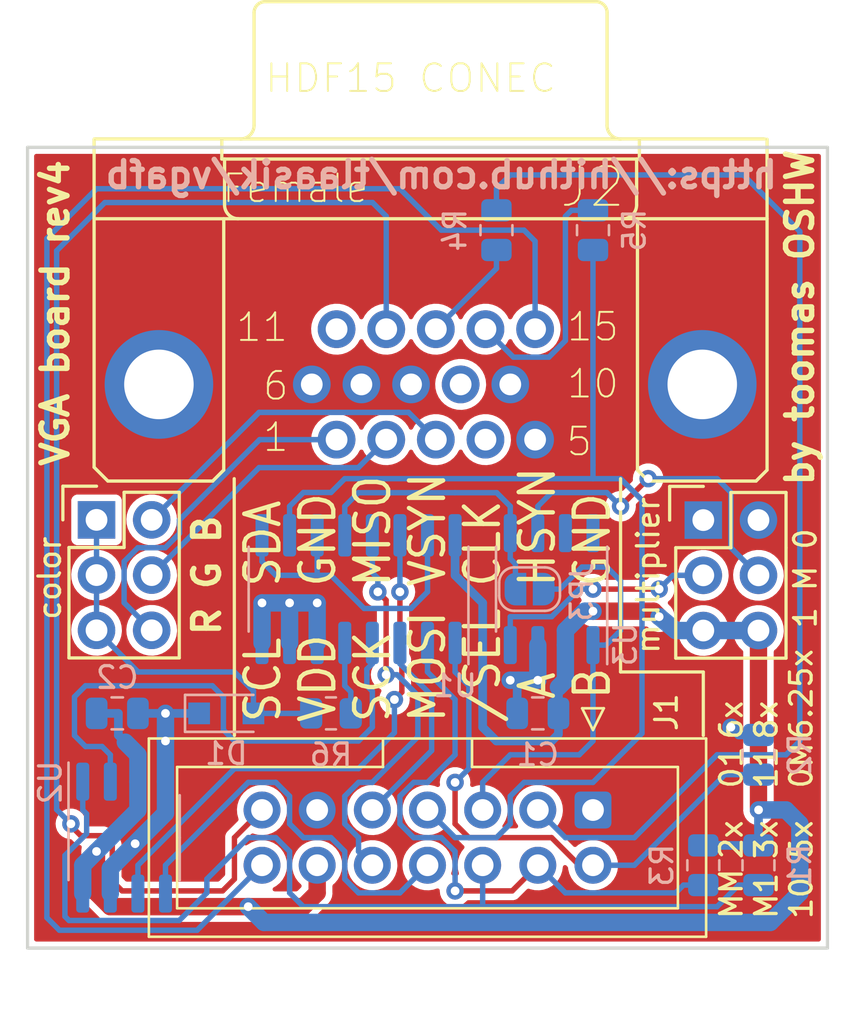
<source format=kicad_pcb>
(kicad_pcb (version 20211014) (generator pcbnew)
  (layers (0 "F.Cu" signal) (31 "B.Cu" signal) (34 "B.Paste" user) (35 "F.Paste" user) (36 "B.SilkS" user "B.Silkscreen") (37 "F.SilkS" user "F.Silkscreen") (38 "B.Mask" user) (39 "F.Mask" user) (44 "Edge.Cuts" user))
  (net 0 "")
  (net 1 "Net-(U1-Pad4)")
  (net 2 "Net-(JP2-Pad4)")
  (net 3 "Net-(U1-Pad14)")
  (net 4 "VDD")
  (net 5 "GND")
  (net 6 "/{slash}SEL")
  (net 8 "/CLKIN")
  (net 10 "/PX_R")
  (net 11 "/PX_G")
  (net 12 "/PX_B")
  (net 14 "Net-(JP3-Pad2)")
  (net 15 "/SDA")
  (net 16 "/VSYNC_OUT")
  (net 17 "/HSYNC_OUT")
  (net 18 "/SCL")
  (net 19 "/PIXEL")
  (net 20 "/B")
  (net 21 "/A")
  (net 22 "/VSYNC")
  (net 23 "/HSYNC")
  (net 24 "/MISO")
  (net 25 "/SCK")
  (net 26 "/MOSI")
  (net 27 "Net-(D1-Pad2)")
  (net 29 "Net-(U1-Pad11)")
  (net 31 "Net-(JP2-Pad3)")
  (footprint "Pin_Headers:Pin_Header_Straight_2x03" (layer "F.Cu") (at 137.16 83.81)
    (fp_text reference "JP1" hide)
    (fp_text value "color")
    (pad "1" thru_hole rect locked (at 0 0) (size 1.7272 1.7272) (drill 1) (layers *.Cu *.Mask) (net 27 "Net-(D1-Pad2)"))
    (pad "2" thru_hole oval locked (at 2.54 0) (size 1.7272 1.7272) (drill 1) (layers *.Cu *.Mask) (net 12 "/PX_B"))
    (pad "3" thru_hole oval locked (at 0 2.54) (size 1.7272 1.7272) (drill 1) (layers *.Cu *.Mask) (net 27 "Net-(D1-Pad2)"))
    (pad "4" thru_hole oval locked (at 2.54 2.54) (size 1.7272 1.7272) (drill 1) (layers *.Cu *.Mask) (net 11 "/PX_G"))
    (pad "5" thru_hole oval locked (at 0 5.08) (size 1.7272 1.7272) (drill 1) (layers *.Cu *.Mask) (net 27 "Net-(D1-Pad2)"))
    (pad "6" thru_hole oval locked (at 2.54 5.08) (size 1.7272 1.7272) (drill 1) (layers *.Cu *.Mask) (net 10 "/PX_R"))
  )
  (footprint "Pin_Headers:Pin_Header_Straight_2x03" (layer "F.Cu") (at 165.1 83.82)
    (fp_text reference "JP2" hide)
    (fp_text value "multiplier")
    (pad "1" thru_hole rect locked (at 0 0) (size 1.7272 1.7272) (drill 1) (layers *.Cu *.Mask) (net 5 "GND"))
    (pad "2" thru_hole oval locked (at 2.54 0) (size 1.7272 1.7272) (drill 1) (layers *.Cu *.Mask) (net 5 "GND"))
    (pad "3" thru_hole oval locked (at 0 2.54) (size 1.7272 1.7272) (drill 1) (layers *.Cu *.Mask) (net 31 "Net-(JP2-Pad3)"))
    (pad "4" thru_hole oval locked (at 2.54 2.54) (size 1.7272 1.7272) (drill 1) (layers *.Cu *.Mask) (net 2 "Net-(JP2-Pad4)"))
    (pad "5" thru_hole oval locked (at 0 5.08) (size 1.7272 1.7272) (drill 1) (layers *.Cu *.Mask) (net 4 "VDD"))
    (pad "6" thru_hole oval locked (at 2.54 5.08) (size 1.7272 1.7272) (drill 1) (layers *.Cu *.Mask) (net 4 "VDD"))
  )
  (footprint "vga:con-subd-HDF15H" (layer "F.Cu") (at 152.54216 77.57987 180)
    (fp_text reference "J2" (at -7.45784 9.07987) (layer "F.SilkS") (effects (font (size 1.778 1.778) (thickness 0.0889))))
    (fp_text value "DB15_Female_HighDensity_MountingHoles" hide)
    (fp_text user "11" (at 7.76216 2.6289) (layer "F.SilkS") (effects (font (size 1.27 1.27) (thickness 0.0889))))
    (fp_text user "6" (at 7.12716 -0.06858) (layer "F.SilkS") (effects (font (size 1.27 1.27) (thickness 0.0889))))
    (fp_text user "15" (at -7.47784 2.64987) (layer "F.SilkS") (effects (font (size 1.27 1.27) (thickness 0.0889))))
    (fp_text user "5" (at -6.84284 -2.6289) (layer "F.SilkS") (effects (font (size 1.27 1.27) (thickness 0.0889))))
    (fp_text user "HDF15 CONEC" (at 0.91948 14.08176) (layer "F.SilkS") (effects (font (size 1.27 1.27) (thickness 0.0889))))
    (fp_text user "1" (at 7.12716 -2.43013) (layer "F.SilkS") (effects (font (size 1.27 1.27) (thickness 0.0889))))
    (fp_text user "Female" (at 6.223 9.017) (layer "F.SilkS") (effects (font (size 1.27 1.27) (thickness 0.0889))))
    (fp_text user "10" (at -7.47784 0.02794) (layer "F.SilkS") (effects (font (size 1.27 1.27) (thickness 0.0889))))
    (pad "0" thru_hole circle (at -12.5095 0 180) (size 5 5) (drill 3.2) (layers *.Cu *.Mask) (net 5 "GND"))
    (pad "0" thru_hole circle (at 12.5095 0 180) (size 5 5) (drill 3.2) (layers *.Cu *.Mask) (net 5 "GND"))
    (pad "1" thru_hole circle (at 4.32816 -2.54 180) (size 1.73736 1.73736) (drill 1) (layers *.Cu *.Mask "F.Paste") (net 10 "/PX_R"))
    (pad "2" thru_hole circle (at 2.04216 -2.54 180) (size 1.73736 1.73736) (drill 1) (layers *.Cu *.Mask "F.Paste") (net 11 "/PX_G"))
    (pad "3" thru_hole circle (at -0.2413 -2.54 180) (size 1.73736 1.73736) (drill 1) (layers *.Cu *.Mask "F.Paste") (net 12 "/PX_B"))
    (pad "4" thru_hole circle (at -2.5273 -2.54 180) (size 1.73736 1.73736) (drill 1) (layers *.Cu *.Mask "F.Paste"))
    (pad "5" thru_hole circle (at -4.8133 -2.54 180) (size 1.73736 1.73736) (drill 1) (layers *.Cu *.Mask "F.Paste") (net 5 "GND"))
    (pad "6" thru_hole circle (at 5.47116 0 180) (size 1.73736 1.73736) (drill 1) (layers *.Cu *.Mask "F.Paste") (net 5 "GND"))
    (pad "7" thru_hole circle (at 3.18516 0 180) (size 1.73736 1.73736) (drill 1) (layers *.Cu *.Mask "F.Paste") (net 5 "GND"))
    (pad "8" thru_hole circle (at 0.89916 0 180) (size 1.73736 1.73736) (drill 1) (layers *.Cu *.Mask "F.Paste") (net 5 "GND"))
    (pad "9" thru_hole circle (at -1.3843 0 180) (size 1.73736 1.73736) (drill 1) (layers *.Cu *.Mask "F.Paste"))
    (pad "10" thru_hole circle (at -3.6703 0 180) (size 1.73736 1.73736) (drill 1) (layers *.Cu *.Mask "F.Paste") (net 5 "GND"))
    (pad "11" thru_hole circle (at 4.32816 2.54 180) (size 1.73736 1.73736) (drill 1) (layers *.Cu *.Mask "F.Paste"))
    (pad "12" thru_hole circle (at 2.04216 2.54 180) (size 1.73736 1.73736) (drill 1) (layers *.Cu *.Mask "F.Paste") (net 15 "/SDA"))
    (pad "13" thru_hole circle (at -0.2413 2.54 180) (size 1.73736 1.73736) (drill 1) (layers *.Cu *.Mask "F.Paste") (net 17 "/HSYNC_OUT"))
    (pad "14" thru_hole circle (at -2.5273 2.54 180) (size 1.73736 1.73736) (drill 1) (layers *.Cu *.Mask "F.Paste") (net 16 "/VSYNC_OUT"))
    (pad "15" thru_hole circle (at -4.8133 2.54 180) (size 1.73736 1.73736) (drill 1) (layers *.Cu *.Mask "F.Paste") (net 18 "/SCL"))
  )
  (footprint "Connector_IDC:IDC-Header_2x07_P2.54mm_Vertical" (layer "F.Cu") (at 160.02 97.155 -90)
    (fp_text reference "J1" (at -4.5 -3.38 90) (layer "F.SilkS"))
    (fp_text value "Conn_02x07_Odd_Even")
    (pad "1" thru_hole roundrect (at 0 0 270) (size 1.7 1.7) (drill 1) (layers *.Cu *.Mask) (roundrect_rratio 0.1470588235) (net 5 "GND"))
    (pad "2" thru_hole circle (at 2.54 0 270) (size 1.7 1.7) (drill 1) (layers *.Cu *.Mask) (net 20 "/B"))
    (pad "3" thru_hole circle (at 0 2.54 270) (size 1.7 1.7) (drill 1) (layers *.Cu *.Mask) (net 23 "/HSYNC"))
    (pad "4" thru_hole circle (at 2.54 2.54 270) (size 1.7 1.7) (drill 1) (layers *.Cu *.Mask) (net 21 "/A"))
    (pad "5" thru_hole circle (at 0 5.08 270) (size 1.7 1.7) (drill 1) (layers *.Cu *.Mask) (net 8 "/CLKIN"))
    (pad "6" thru_hole circle (at 2.54 5.08 270) (size 1.7 1.7) (drill 1) (layers *.Cu *.Mask) (net 6 "/{slash}SEL"))
    (pad "7" thru_hole circle (at 0 7.62 270) (size 1.7 1.7) (drill 1) (layers *.Cu *.Mask) (net 22 "/VSYNC"))
    (pad "8" thru_hole circle (at 2.54 7.62 270) (size 1.7 1.7) (drill 1) (layers *.Cu *.Mask) (net 26 "/MOSI"))
    (pad "9" thru_hole circle (at 0 10.16 270) (size 1.7 1.7) (drill 1) (layers *.Cu *.Mask) (net 24 "/MISO"))
    (pad "10" thru_hole circle (at 2.54 10.16 270) (size 1.7 1.7) (drill 1) (layers *.Cu *.Mask) (net 25 "/SCK"))
    (pad "11" thru_hole circle (at 0 12.7 270) (size 1.7 1.7) (drill 1) (layers *.Cu *.Mask) (net 5 "GND"))
    (pad "12" thru_hole circle (at 2.54 12.7 270) (size 1.7 1.7) (drill 1) (layers *.Cu *.Mask) (net 4 "VDD"))
    (pad "13" thru_hole circle (at 0 15.24 270) (size 1.7 1.7) (drill 1) (layers *.Cu *.Mask) (net 15 "/SDA"))
    (pad "14" thru_hole circle (at 2.54 15.24 270) (size 1.7 1.7) (drill 1) (layers *.Cu *.Mask) (net 18 "/SCL"))
  )
  (footprint "Resistor_SMD:R_0805_2012Metric" (layer "B.Cu") (at 167.64 94.615 -90)
    (fp_text reference "R2" (at 0 -1.905 -270) (layer "B.SilkS") (effects (justify mirror)))
    (fp_text value "10k")
    (pad "1" smd roundrect (at -0.9125 0 270) (size 1.025 1.4) (layers "B.Cu" "B.Paste" "B.Mask") (roundrect_rratio 0.243902439) (net 5 "GND"))
    (pad "2" smd roundrect (at 0.9125 0 270) (size 1.025 1.4) (layers "B.Cu" "B.Paste" "B.Mask") (roundrect_rratio 0.243902439) (net 20 "/B"))
  )
  (footprint "Resistor_SMD:R_0805_2012Metric" (layer "B.Cu") (at 165.1 99.695 90)
    (fp_text reference "R3" (at 0 -1.905 90) (layer "B.SilkS") (effects (justify mirror)))
    (fp_text value "10k")
    (pad "1" smd roundrect (at -0.9125 0 90) (size 1.025 1.4) (layers "B.Cu" "B.Paste" "B.Mask") (roundrect_rratio 0.243902439) (net 21 "/A"))
    (pad "2" smd roundrect (at 0.9125 0 90) (size 1.025 1.4) (layers "B.Cu" "B.Paste" "B.Mask") (roundrect_rratio 0.243902439) (net 4 "VDD"))
  )
  (footprint "Resistor_SMD:R_0805_2012Metric" (layer "B.Cu") (at 167.64 99.695 90)
    (fp_text reference "R1" (at 0 1.905 90) (layer "B.SilkS") (effects (justify mirror)))
    (fp_text value "10k")
    (pad "1" smd roundrect (at -0.9125 0 90) (size 1.025 1.4) (layers "B.Cu" "B.Paste" "B.Mask") (roundrect_rratio 0.243902439) (net 6 "/{slash}SEL"))
    (pad "2" smd roundrect (at 0.9125 0 90) (size 1.025 1.4) (layers "B.Cu" "B.Paste" "B.Mask") (roundrect_rratio 0.243902439) (net 4 "VDD"))
  )
  (footprint "Resistor_SMD:R_0805_2012Metric" (layer "B.Cu") (at 160.02 70.485 -90)
    (fp_text reference "R5" (at 0 -1.905 90) (layer "B.SilkS") (effects (justify mirror)))
    (fp_text value "68")
    (pad "1" smd roundrect (at -0.9125 0 270) (size 1.025 1.4) (layers "B.Cu" "B.Paste" "B.Mask") (roundrect_rratio 0.243902439) (net 16 "/VSYNC_OUT"))
    (pad "2" smd roundrect (at 0.9125 0 270) (size 1.025 1.4) (layers "B.Cu" "B.Paste" "B.Mask") (roundrect_rratio 0.243902439) (net 22 "/VSYNC"))
  )
  (footprint "Resistor_SMD:R_0805_2012Metric" (layer "B.Cu") (at 147.955 92.71)
    (fp_text reference "R6" (at 0 1.905) (layer "B.SilkS") (effects (justify mirror)))
    (fp_text value "470")
    (pad "1" smd roundrect (at -0.9125 0) (size 1.025 1.4) (layers "B.Cu" "B.Paste" "B.Mask") (roundrect_rratio 0.243902439) (net 27 "Net-(D1-Pad2)"))
    (pad "2" smd roundrect (at 0.9125 0) (size 1.025 1.4) (layers "B.Cu" "B.Paste" "B.Mask") (roundrect_rratio 0.243902439) (net 19 "/PIXEL"))
  )
  (footprint "Resistor_SMD:R_0805_2012Metric" (layer "B.Cu") (at 155.575 70.485 90)
    (fp_text reference "R4" (at 0 -1.905 90) (layer "B.SilkS") (effects (justify mirror)))
    (fp_text value "68")
    (pad "1" smd roundrect (at -0.9125 0 90) (size 1.025 1.4) (layers "B.Cu" "B.Paste" "B.Mask") (roundrect_rratio 0.243902439) (net 17 "/HSYNC_OUT"))
    (pad "2" smd roundrect (at 0.9125 0 90) (size 1.025 1.4) (layers "B.Cu" "B.Paste" "B.Mask") (roundrect_rratio 0.243902439) (net 23 "/HSYNC"))
  )
  (footprint "Capacitor_SMD:C_0805_2012Metric" (layer "B.Cu") (at 157.48 92.71 180)
    (fp_text reference "C1" (at 0 -1.905) (layer "B.SilkS") (effects (justify mirror)))
    (fp_text value "10n")
    (pad "1" smd roundrect (at -0.95 0 180) (size 1 1.45) (layers "B.Cu" "B.Paste" "B.Mask") (net 4 "VDD"))
    (pad "2" smd roundrect (at 0.95 0 180) (size 1 1.45) (layers "B.Cu" "B.Paste" "B.Mask") (net 5 "GND"))
  )
  (footprint "Capacitor_SMD:C_0805_2012Metric" (layer "B.Cu") (at 138.115 92.71)
    (fp_text reference "C2" (at 0 -1.651) (layer "B.SilkS") (effects (justify mirror)))
    (fp_text value "10n")
    (pad "1" smd roundrect (at -0.95 0) (size 1 1.45) (layers "B.Cu" "B.Paste" "B.Mask") (net 4 "VDD"))
    (pad "2" smd roundrect (at 0.95 0) (size 1 1.45) (layers "B.Cu" "B.Paste" "B.Mask") (net 5 "GND"))
  )
  (footprint "Diode_SMD:D_SOD-323_HandSoldering" (layer "B.Cu") (at 143.135 92.71)
    (fp_text reference "D1" (at 0 1.85) (layer "B.SilkS") (effects (justify mirror)))
    (fp_text value "1N4148")
    (pad "1" smd rect (at -1.25 0) (size 1 1) (layers "B.Cu" "B.Paste" "B.Mask") (net 5 "GND"))
    (pad "2" smd rect (at 1.25 0) (size 1 1) (layers "B.Cu" "B.Paste" "B.Mask") (net 27 "Net-(D1-Pad2)"))
  )
  (footprint "Package_SO:SO-8_3.9x4.9mm_P1.27mm" (layer "B.Cu") (at 138.43 98.425 -90)
    (fp_text reference "U2" (at -2.54 3.4 90) (layer "B.SilkS") (effects (justify mirror)))
    (fp_text value "23LCV512")
    (pad "1" smd roundrect (at -2.575 1.905 270) (size 1.75 0.6) (layers "B.Cu" "B.Paste" "B.Mask") (net 6 "/{slash}SEL"))
    (pad "2" smd roundrect (at -2.575 0.635 270) (size 1.75 0.6) (layers "B.Cu" "B.Paste" "B.Mask") (net 1 "Net-(U1-Pad4)"))
    (pad "3" smd roundrect (at -2.575 -0.635 270) (size 1.75 0.6) (layers "B.Cu" "B.Paste" "B.Mask") (net 4 "VDD"))
    (pad "4" smd roundrect (at -2.575 -1.905 270) (size 1.75 0.6) (layers "B.Cu" "B.Paste" "B.Mask") (net 5 "GND"))
    (pad "5" smd roundrect (at 2.575 -1.905 270) (size 1.75 0.6) (layers "B.Cu" "B.Paste" "B.Mask") (net 26 "/MOSI"))
    (pad "6" smd roundrect (at 2.575 -0.635 270) (size 1.75 0.6) (layers "B.Cu" "B.Paste" "B.Mask") (net 3 "Net-(U1-Pad14)"))
    (pad "7" smd roundrect (at 2.575 0.635 270) (size 1.75 0.6) (layers "B.Cu" "B.Paste" "B.Mask") (net 5 "GND"))
    (pad "8" smd roundrect (at 2.575 1.905 270) (size 1.75 0.6) (layers "B.Cu" "B.Paste" "B.Mask") (net 4 "VDD"))
  )
  (footprint "Jumper:SolderJumper-2_P1.3mm_Open_RoundedPad1.0x1.5mm" (layer "B.Cu") (at 157.099 86.995 180)
    (fp_text reference "JP3" (at -2.413 -0.127 90) (layer "B.SilkS") (effects (justify mirror)))
    (fp_text value "SolderJumper_2_Open")
    (pad "1" smd custom (at -0.65 0 180) (size 1 0.5) (layers "B.Cu" "B.Mask") (net 8 "/CLKIN") (options (clearance outline) (anchor rect)) (primitives (gr_circle (center 0 -0.25) (end 0.5 -0.25) (width 0) (fill yes)) (gr_circle (center 0 0.25) (end 0.5 0.25) (width 0) (fill yes)) (gr_poly (pts (xy 0.5 -0.75) (xy 0 -0.75) (xy 0 0.75) (xy 0.5 0.75)) (width 0) (fill yes))))
    (pad "2" smd custom (at 0.65 0 180) (size 1 0.5) (layers "B.Cu" "B.Mask") (net 14 "Net-(JP3-Pad2)") (options (clearance outline) (anchor rect)) (primitives (gr_circle (center 0 -0.25) (end 0.5 -0.25) (width 0) (fill yes)) (gr_circle (center 0 0.25) (end 0.5 0.25) (width 0) (fill yes)) (gr_poly (pts (xy 0 -0.75) (xy -0.5 -0.75) (xy -0.5 0.75) (xy 0 0.75)) (width 0) (fill yes))))
  )
  (footprint "Package_SO:SOIC-16_3.9x9.9mm_P1.27mm" (layer "B.Cu") (at 149.225 86.995 90)
    (fp_text reference "U1" (at -4.445 4.445 180) (layer "B.SilkS") (effects (justify mirror)))
    (fp_text value "74HC4053")
    (pad "1" smd roundrect (at -2.475 4.445 90) (size 1.95 0.6) (layers "B.Cu" "B.Paste" "B.Mask") (net 20 "/B"))
    (pad "2" smd roundrect (at -2.475 3.175 90) (size 1.95 0.6) (layers "B.Cu" "B.Paste" "B.Mask") (net 21 "/A"))
    (pad "3" smd roundrect (at -2.475 1.905 90) (size 1.95 0.6) (layers "B.Cu" "B.Paste" "B.Mask") (net 24 "/MISO"))
    (pad "4" smd roundrect (at -2.475 0.635 90) (size 1.95 0.6) (layers "B.Cu" "B.Paste" "B.Mask") (net 1 "Net-(U1-Pad4)"))
    (pad "5" smd roundrect (at -2.475 -0.635 90) (size 1.95 0.6) (layers "B.Cu" "B.Paste" "B.Mask") (net 19 "/PIXEL"))
    (pad "6" smd roundrect (at -2.475 -1.905 90) (size 1.95 0.6) (layers "B.Cu" "B.Paste" "B.Mask") (net 5 "GND"))
    (pad "7" smd roundrect (at -2.475 -3.175 90) (size 1.95 0.6) (layers "B.Cu" "B.Paste" "B.Mask") (net 5 "GND"))
    (pad "8" smd roundrect (at -2.475 -4.445 90) (size 1.95 0.6) (layers "B.Cu" "B.Paste" "B.Mask") (net 5 "GND"))
    (pad "9" smd roundrect (at 2.475 -4.445 90) (size 1.95 0.6) (layers "B.Cu" "B.Paste" "B.Mask") (net 29 "Net-(U1-Pad11)"))
    (pad "10" smd roundrect (at 2.475 -3.175 90) (size 1.95 0.6) (layers "B.Cu" "B.Paste" "B.Mask") (net 22 "/VSYNC"))
    (pad "11" smd roundrect (at 2.475 -1.905 90) (size 1.95 0.6) (layers "B.Cu" "B.Paste" "B.Mask") (net 29 "Net-(U1-Pad11)"))
    (pad "12" smd roundrect (at 2.475 -0.635 90) (size 1.95 0.6) (layers "B.Cu" "B.Paste" "B.Mask") (net 14 "Net-(JP3-Pad2)"))
    (pad "13" smd roundrect (at 2.475 0.635 90) (size 1.95 0.6) (layers "B.Cu" "B.Paste" "B.Mask") (net 25 "/SCK"))
    (pad "14" smd roundrect (at 2.475 1.905 90) (size 1.95 0.6) (layers "B.Cu" "B.Paste" "B.Mask") (net 3 "Net-(U1-Pad14)"))
    (pad "15" smd roundrect (at 2.475 3.175 90) (size 1.95 0.6) (layers "B.Cu" "B.Paste" "B.Mask") (net 29 "Net-(U1-Pad11)"))
    (pad "16" smd roundrect (at 2.475 4.445 90) (size 1.95 0.6) (layers "B.Cu" "B.Paste" "B.Mask") (net 4 "VDD"))
  )
  (footprint "Package_SO:SO-8_3.9x4.9mm_P1.27mm" (layer "B.Cu") (at 158.115 86.995 90)
    (fp_text reference "U3" (at -2.54 3.4 90) (layer "B.SilkS") (effects (justify mirror)))
    (fp_text value "ICS501")
    (pad "1" smd roundrect (at -2.575 1.905 90) (size 1.75 0.6) (layers "B.Cu" "B.Paste" "B.Mask") (net 8 "/CLKIN"))
    (pad "2" smd roundrect (at -2.575 0.635 90) (size 1.75 0.6) (layers "B.Cu" "B.Paste" "B.Mask") (net 4 "VDD"))
    (pad "3" smd roundrect (at -2.575 -0.635 90) (size 1.75 0.6) (layers "B.Cu" "B.Paste" "B.Mask") (net 5 "GND"))
    (pad "4" smd roundrect (at -2.575 -1.905 90) (size 1.75 0.6) (layers "B.Cu" "B.Paste" "B.Mask") (net 31 "Net-(JP2-Pad3)"))
    (pad "5" smd roundrect (at 2.575 -1.905 90) (size 1.75 0.6) (layers "B.Cu" "B.Paste" "B.Mask") (net 14 "Net-(JP3-Pad2)"))
    (pad "6" smd roundrect (at 2.575 -0.635 90) (size 1.75 0.6) (layers "B.Cu" "B.Paste" "B.Mask") (net 2 "Net-(JP2-Pad4)"))
    (pad "7" smd roundrect (at 2.575 0.635 90) (size 1.75 0.6) (layers "B.Cu" "B.Paste" "B.Mask"))
    (pad "8" smd roundrect (at 2.575 1.905 90) (size 1.75 0.6) (layers "B.Cu" "B.Paste" "B.Mask"))
  )
  (gr_line (start 161.29 81.915) (end 161.29 90.805) (layer "F.SilkS") (width 0.15))
  (gr_line (start 161.29 90.805) (end 165.1 90.805) (layer "F.SilkS") (width 0.15))
  (gr_line (start 165.1 90.805) (end 165.1 93.726) (layer "F.SilkS") (width 0.15))
  (gr_line (start 143.51 93.726) (end 143.5 81.915) (layer "F.SilkS") (width 0.15))
  (gr_line (start 170.815 103.505) (end 170.815 66.675) (layer "Edge.Cuts") (width 0.15))
  (gr_line (start 170.815 66.675) (end 133.985 66.675) (layer "Edge.Cuts") (width 0.15))
  (gr_line (start 133.985 66.675) (end 133.985 103.505) (layer "Edge.Cuts") (width 0.15))
  (gr_line (start 133.985 103.505) (end 170.815 103.505) (layer "Edge.Cuts") (width 0.15))
  (gr_text "https://hithub.com/tlaasik/vgafb" (at 153.035 67.945) (layer "B.SilkS") (effects (font (size 1.2 1.2) (thickness 0.25)) (justify mirror)))
  (gr_text "01\n11\n0M" (at 168 96.25 90) (layer "F.SilkS") (effects (font (size 1 1)) (justify left)))
  (gr_text "6x\n8x\n6.25x" (at 168 94 90) (layer "F.SilkS") (effects (font (size 1 1)) (justify left)))
  (gr_text "MM\nM1\n10" (at 168 102.25 90) (layer "F.SilkS") (effects (font (size 1 1)) (justify left)))
  (gr_text "R G B" (at 142.24 86.36 90) (layer "F.SilkS") (effects (font (size 1.2 1.2) (thickness 0.25))))
  (gr_text "2x\n3x\n5x" (at 168 99.5 90) (layer "F.SilkS") (effects (font (size 1 1)) (justify left)))
  (gr_text "color" (at 135.001 86.487 90) (layer "F.SilkS") (effects (font (size 1 1))))
  (gr_text "by toomas OSHW" (at 169.545 74.5 90) (layer "F.SilkS") (effects (font (size 1.2 1.2) (thickness 0.25))))
  (gr_text "multiplier" (at 162.56 86.36 90) (layer "F.SilkS") (effects (font (size 1 1))))
  (gr_text "VGA board rev4" (at 135.255 74.295 90) (layer "F.SilkS") (effects (font (size 1.2 1.2) (thickness 0.25))))
  (gr_text "SCL\nVDD\nSCK\nMOSI\n/SEL\n A\n B" (at 152.4 93.23 90) (layer "F.SilkS") (effects (font (size 1.57 1.4) (thickness 0.2)) (justify left)))
  (gr_text "SDA\nGND\nMISO\nVSYN\nCLK\nHSYN\nGND" (at 152.4 86.995 90) (layer "F.SilkS") (effects (font (size 1.57 1.4) (thickness 0.2)) (justify left)))
  (gr_text "1 M 0" (at 169.799 86.5 90) (layer "F.SilkS") (effects (font (size 1 1))))
  (segment (start 136.652 91.44) (end 136.144 91.948) (width 0.25) (layer "B.Cu") (net 1))
  (segment (start 136.652 94.234) (end 137.414 94.234) (width 0.25) (layer "B.Cu") (net 1))
  (segment (start 149.86 91.694) (end 149.86 93.345) (width 0.25) (layer "B.Cu") (net 1))
  (segment (start 149.225 93.98) (end 143.51 93.98) (width 0.25) (layer "B.Cu") (net 1))
  (segment (start 136.144 93.726) (end 136.652 94.234) (width 0.25) (layer "B.Cu") (net 1))
  (segment (start 149.606 91.44) (end 149.86 91.694) (width 0.25) (layer "B.Cu") (net 1))
  (segment (start 137.795 94.615) (end 137.795 95.85) (width 0.25) (layer "B.Cu") (net 1))
  (segment (start 137.414 94.234) (end 137.795 94.615) (width 0.25) (layer "B.Cu") (net 1))
  (segment (start 143.002 91.948) (end 142.494 91.44) (width 0.25) (layer "B.Cu") (net 1))
  (segment (start 149.606 90.678) (end 149.606 91.44) (width 0.25) (layer "B.Cu") (net 1))
  (segment (start 149.86 90.424) (end 149.606 90.678) (width 0.25) (layer "B.Cu") (net 1))
  (segment (start 136.144 91.948) (end 136.144 93.726) (width 0.25) (layer "B.Cu") (net 1))
  (segment (start 143.002 93.472) (end 143.002 91.948) (width 0.25) (layer "B.Cu") (net 1))
  (segment (start 149.86 93.345) (end 149.225 93.98) (width 0.25) (layer "B.Cu") (net 1))
  (segment (start 142.494 91.44) (end 136.652 91.44) (width 0.25) (layer "B.Cu") (net 1))
  (segment (start 143.51 93.98) (end 143.002 93.472) (width 0.25) (layer "B.Cu") (net 1))
  (segment (start 149.86 89.47) (end 149.86 90.424) (width 0.25) (layer "B.Cu") (net 1))
  (segment (start 162.56 81.915) (end 161.29 83.185) (width 0.25) (layer "F.Cu") (net 2))
  (via (at 161.29 83.185) (size 0.8) (drill 0.4) (layers "F.Cu" "B.Cu") (net 2))
  (via (at 162.56 81.915) (size 0.8) (drill 0.4) (layers "F.Cu" "B.Cu") (net 2))
  (segment (start 166.37 85.09) (end 167.64 86.36) (width 0.25) (layer "B.Cu") (net 2))
  (segment (start 162.56 81.915) (end 165.735 81.915) (width 0.25) (layer "B.Cu") (net 2))
  (segment (start 165.735 81.915) (end 166.37 82.55) (width 0.25) (layer "B.Cu") (net 2))
  (segment (start 166.37 82.55) (end 166.37 85.09) (width 0.25) (layer "B.Cu") (net 2))
  (segment (start 157.48 83.185) (end 157.48 84.42) (width 0.25) (layer "B.Cu") (net 2))
  (segment (start 161.29 83.185) (end 160.655 82.555) (width 0.25) (layer "B.Cu") (net 2))
  (segment (start 160.655 82.555) (end 158.11 82.555) (width 0.25) (layer "B.Cu") (net 2))
  (segment (start 158.11 82.555) (end 157.48 83.185) (width 0.25) (layer "B.Cu") (net 2))
  (segment (start 151.13 90.17) (end 151.13 87.122) (width 0.25) (layer "F.Cu") (net 3))
  (segment (start 150.876 92.075) (end 151.22 91.731) (width 0.25) (layer "F.Cu") (net 3))
  (segment (start 151.22 90.26) (end 151.13 90.17) (width 0.25) (layer "F.Cu") (net 3))
  (segment (start 151.22 91.731) (end 151.22 90.26) (width 0.25) (layer "F.Cu") (net 3))
  (via (at 151.13 87.122) (size 0.8) (drill 0.4) (layers "F.Cu" "B.Cu") (net 3))
  (via (at 150.876 92.075) (size 0.8) (drill 0.4) (layers "F.Cu" "B.Cu") (net 3))
  (segment (start 143.51 95.25) (end 149.225 95.25) (width 0.25) (layer "B.Cu") (net 3))
  (segment (start 149.225 95.25) (end 150.876 93.599) (width 0.25) (layer "B.Cu") (net 3))
  (segment (start 151.13 84.52) (end 151.13 87.122) (width 0.25) (layer "B.Cu") (net 3))
  (segment (start 139.065 101) (end 139.065 99.695) (width 0.25) (layer "B.Cu") (net 3))
  (segment (start 150.876 93.599) (end 150.876 92.075) (width 0.25) (layer "B.Cu") (net 3))
  (segment (start 139.065 99.695) (end 143.51 95.25) (width 0.25) (layer "B.Cu") (net 3))
  (segment (start 146.685 101.6) (end 144.145 101.6) (width 0.8) (layer "F.Cu") (net 4))
  (segment (start 167.64 88.9) (end 167.64 97.145) (width 0.8) (layer "F.Cu") (net 4))
  (segment (start 144.145 101.6) (end 137.795 101.6) (width 0.8) (layer "F.Cu") (net 4))
  (segment (start 147.32 100.965) (end 146.685 101.6) (width 0.8) (layer "F.Cu") (net 4))
  (segment (start 167.64 97.145) (end 167.645 97.15) (width 0.8) (layer "F.Cu") (net 4))
  (segment (start 160.02 88.011) (end 162.814 88.011) (width 0.8) (layer "F.Cu") (net 4))
  (segment (start 162.814 88.011) (end 163.068 88.265) (width 0.8) (layer "F.Cu") (net 4))
  (segment (start 137.16 100.965) (end 137.16 99.06) (width 0.8) (layer "F.Cu") (net 4))
  (segment (start 147.32 99.695) (end 147.32 100.965) (width 0.8) (layer "F.Cu") (net 4))
  (segment (start 137.795 101.6) (end 137.16 100.965) (width 0.8) (layer "F.Cu") (net 4))
  (via (at 137.16 99.06) (size 0.8) (drill 0.4) (layers "F.Cu" "B.Cu") (net 4))
  (via (at 160.02 88.011) (size 0.8) (drill 0.4) (layers "F.Cu" "B.Cu") (net 4))
  (via (at 163.068 88.265) (size 0.8) (drill 0.4) (layers "F.Cu" "B.Cu") (net 4))
  (via (at 167.645 97.15) (size 0.8) (drill 0.4) (layers "F.Cu" "B.Cu") (net 4))
  (via (at 144.145 101.6) (size 0.8) (drill 0.4) (layers "F.Cu" "B.Cu") (net 4))
  (segment (start 137.165 92.71) (end 138.165 92.71) (width 0.4) (layer "B.Cu") (net 4))
  (segment (start 153.67 84.52) (end 153.67 86.36) (width 0.4) (layer "B.Cu") (net 4))
  (segment (start 169.545 97.79) (end 169.545 100.965) (width 0.8) (layer "B.Cu") (net 4))
  (segment (start 167.64 97.155) (end 167.645 97.15) (width 0.4) (layer "B.Cu") (net 4))
  (segment (start 158.75 88.9) (end 159.639 88.011) (width 0.8) (layer "B.Cu") (net 4))
  (segment (start 167.645 97.15) (end 168.905 97.15) (width 0.8) (layer "B.Cu") (net 4))
  (segment (start 158.43 92.71) (end 158.43 93.665) (width 0.4) (layer "B.Cu") (net 4))
  (segment (start 158.75 91.186) (end 158.43 91.506) (width 0.8) (layer "B.Cu") (net 4))
  (segment (start 169.545 100.965) (end 168.1855 102.3245) (width 0.8) (layer "B.Cu") (net 4))
  (segment (start 139.065 94.615) (end 138.485 94.035) (width 0.8) (layer "B.Cu") (net 4))
  (segment (start 139.065 95.85) (end 139.065 94.615) (width 0.8) (layer "B.Cu") (net 4))
  (segment (start 154.94 93.345) (end 154.94 87.63) (width 0.4) (layer "B.Cu") (net 4))
  (segment (start 163.068 88.265) (end 163.83 88.9) (width 0.8) (layer "B.Cu") (net 4))
  (segment (start 165.1 98.7825) (end 167.64 98.7825) (width 0.4) (layer "B.Cu") (net 4))
  (segment (start 163.83 88.9) (end 165.1 88.9) (width 0.8) (layer "B.Cu") (net 4))
  (segment (start 136.525 101) (end 136.525 99.695) (width 0.8) (layer "B.Cu") (net 4))
  (segment (start 138.165 93.715) (end 138.485 94.035) (width 0.4) (layer "B.Cu") (net 4))
  (segment (start 159.639 88.011) (end 160.02 88.011) (width 0.8) (layer "B.Cu") (net 4))
  (segment (start 154.94 87.63) (end 153.67 86.36) (width 0.4) (layer "B.Cu") (net 4))
  (segment (start 158.115 93.98) (end 155.575 93.98) (width 0.4) (layer "B.Cu") (net 4))
  (segment (start 144.8695 102.3245) (end 144.145 101.6) (width 0.8) (layer "B.Cu") (net 4))
  (segment (start 168.905 97.15) (end 169.545 97.79) (width 0.8) (layer "B.Cu") (net 4))
  (segment (start 155.575 93.98) (end 154.94 93.345) (width 0.4) (layer "B.Cu") (net 4))
  (segment (start 136.525 99.695) (end 137.795 98.425) (width 0.8) (layer "B.Cu") (net 4))
  (segment (start 139.065 97.155) (end 139.065 95.85) (width 0.8) (layer "B.Cu") (net 4))
  (segment (start 167.64 98.7825) (end 167.64 97.155) (width 0.4) (layer "B.Cu") (net 4))
  (segment (start 158.43 92.71) (end 158.43 91.506) (width 0.4) (layer "B.Cu") (net 4))
  (segment (start 138.165 92.71) (end 138.165 93.715) (width 0.4) (layer "B.Cu") (net 4))
  (segment (start 137.795 98.425) (end 139.065 97.155) (width 0.8) (layer "B.Cu") (net 4))
  (segment (start 158.75 89.57) (end 158.75 91.186) (width 0.8) (layer "B.Cu") (net 4))
  (segment (start 158.43 93.665) (end 158.115 93.98) (width 0.4) (layer "B.Cu") (net 4))
  (segment (start 158.75 89.57) (end 158.75 88.9) (width 0.8) (layer "B.Cu") (net 4))
  (segment (start 168.1855 102.3245) (end 144.8695 102.3245) (width 0.8) (layer "B.Cu") (net 4))
  (segment (start 165.1 88.9) (end 167.64 88.9) (width 0.8) (layer "B.Cu") (net 4))
  (via (at 140.335 93.98) (size 0.8) (drill 0.4) (layers "F.Cu" "B.Cu") (net 5))
  (via (at 157.48 91.186) (size 0.8) (drill 0.4) (layers "F.Cu" "B.Cu") (net 5))
  (via (at 166.37 93.345) (size 0.8) (drill 0.4) (layers "F.Cu" "B.Cu") (net 5))
  (via (at 147.32 87.63) (size 0.8) (drill 0.4) (layers "F.Cu" "B.Cu") (net 5))
  (via (at 146.05 87.63) (size 0.8) (drill 0.4) (layers "F.Cu" "B.Cu") (net 5))
  (via (at 140.335 92.71) (size 0.8) (drill 0.4) (layers "F.Cu" "B.Cu") (net 5))
  (via (at 144.78 87.63) (size 0.8) (drill 0.4) (layers "F.Cu" "B.Cu") (net 5))
  (via (at 156.21 91.186) (size 0.8) (drill 0.4) (layers "F.Cu" "B.Cu") (net 5))
  (via (at 138.938 98.7044) (size 0.8) (drill 0.4) (layers "F.Cu" "B.Cu") (net 5))
  (segment (start 144.78 87.63) (end 144.78 89.47) (width 0.8) (layer "B.Cu") (net 5))
  (segment (start 140.335 92.71) (end 141.885 92.71) (width 0.4) (layer "B.Cu") (net 5))
  (segment (start 140.335 92.71) (end 139.065 92.71) (width 0.4) (layer "B.Cu") (net 5))
  (segment (start 146.05 87.63) (end 144.78 87.63) (width 0.8) (layer "B.Cu") (net 5))
  (segment (start 140.335 92.71) (end 140.335 93.98) (width 0.8) (layer "B.Cu") (net 5))
  (segment (start 147.32 87.63) (end 147.32 89.47) (width 0.8) (layer "B.Cu") (net 5))
  (segment (start 146.05 87.63) (end 147.32 87.63) (width 0.8) (layer "B.Cu") (net 5))
  (segment (start 157.48 89.57) (end 157.48 91.186) (width 0.8) (layer "B.Cu") (net 5))
  (segment (start 156.53 92.71) (end 156.53 91.247) (width 0.4) (layer "B.Cu") (net 5))
  (segment (start 140.335 93.98) (end 140.335 95.85) (width 0.8) (layer "B.Cu") (net 5))
  (segment (start 166.7275 93.7025) (end 166.37 93.345) (width 0.4) (layer "B.Cu") (net 5))
  (segment (start 156.21 91.186) (end 156.591 91.186) (width 0.8) (layer "B.Cu") (net 5))
  (segment (start 156.591 91.186) (end 157.48 91.186) (width 0.8) (layer "B.Cu") (net 5))
  (segment (start 137.795 99.839214) (end 140.335 97.299214) (width 0.8) (layer "B.Cu") (net 5))
  (segment (start 146.05 89.47) (end 146.05 87.63) (width 0.8) (layer "B.Cu") (net 5))
  (segment (start 140.335 97.299214) (end 140.335 95.85) (width 0.8) (layer "B.Cu") (net 5))
  (segment (start 156.53 91.247) (end 156.591 91.186) (width 0.4) (layer "B.Cu") (net 5))
  (segment (start 137.795 101) (end 137.795 99.839214) (width 0.8) (layer "B.Cu") (net 5))
  (segment (start 167.64 93.7025) (end 166.7275 93.7025) (width 0.4) (layer "B.Cu") (net 5))
  (segment (start 146.05 100.965) (end 146.685 101.6) (width 0.25) (layer "B.Cu") (net 6))
  (segment (start 144.145 98.425) (end 145.415 98.425) (width 0.25) (layer "B.Cu") (net 6))
  (segment (start 145.415 98.425) (end 146.05 99.06) (width 0.25) (layer "B.Cu") (net 6))
  (segment (start 136.7045 97.3345) (end 136.7045 98.2455) (width 0.25) (layer "B.Cu") (net 6))
  (segment (start 136.525 95.85) (end 136.525 97.155) (width 0.25) (layer "B.Cu") (net 6))
  (segment (start 142.24 100.33) (end 144.145 98.425) (width 0.25) (layer "B.Cu") (net 6))
  (segment (start 146.685 101.6) (end 154.94 101.6) (width 0.25) (layer "B.Cu") (net 6))
  (segment (start 146.05 99.06) (end 146.05 100.965) (width 0.25) (layer "B.Cu") (net 6))
  (segment (start 135.705 102.048604) (end 135.891396 102.235) (width 0.25) (layer "B.Cu") (net 6))
  (segment (start 154.94 99.695) (end 154.94 101.6) (width 0.25) (layer "B.Cu") (net 6))
  (segment (start 142.24 100.965) (end 142.24 100.33) (width 0.25) (layer "B.Cu") (net 6))
  (segment (start 135.891396 102.235) (end 140.97 102.235) (width 0.25) (layer "B.Cu") (net 6))
  (segment (start 167.64 100.6075) (end 166.7275 100.6075) (width 0.25) (layer "B.Cu") (net 6))
  (segment (start 166.7275 100.6075) (end 165.735 101.6) (width 0.25) (layer "B.Cu") (net 6))
  (segment (start 154.94 101.6) (end 165.735 101.6) (width 0.25) (layer "B.Cu") (net 6))
  (segment (start 136.525 97.155) (end 136.7045 97.3345) (width 0.25) (layer "B.Cu") (net 6))
  (segment (start 136.7045 98.2455) (end 135.705 99.245) (width 0.25) (layer "B.Cu") (net 6))
  (segment (start 140.97 102.235) (end 142.24 100.965) (width 0.25) (layer "B.Cu") (net 6))
  (segment (start 135.705 99.245) (end 135.705 102.048604) (width 0.25) (layer "B.Cu") (net 6))
  (segment (start 157.749 86.995) (end 158.496 86.995) (width 0.25) (layer "B.Cu") (net 8))
  (segment (start 161.29 88.9) (end 160.62 89.57) (width 0.25) (layer "B.Cu") (net 8))
  (segment (start 161.29 86.614) (end 161.29 88.9) (width 0.25) (layer "B.Cu") (net 8))
  (segment (start 159.385 94.615) (end 156.21 94.615) (width 0.25) (layer "B.Cu") (net 8))
  (segment (start 154.94 95.885) (end 154.94 97.155) (width 0.25) (layer "B.Cu") (net 8))
  (segment (start 160.62 89.57) (end 160.02 89.57) (width 0.25) (layer "B.Cu") (net 8))
  (segment (start 160.655 85.979) (end 161.29 86.614) (width 0.25) (layer "B.Cu") (net 8))
  (segment (start 160.02 89.57) (end 160.02 93.98) (width 0.25) (layer "B.Cu") (net 8))
  (segment (start 156.21 94.615) (end 154.94 95.885) (width 0.25) (layer "B.Cu") (net 8))
  (segment (start 160.02 93.98) (end 159.385 94.615) (width 0.25) (layer "B.Cu") (net 8))
  (segment (start 160.655 85.979) (end 159.512 85.979) (width 0.25) (layer "B.Cu") (net 8))
  (segment (start 158.496 86.995) (end 159.512 85.979) (width 0.25) (layer "B.Cu") (net 8))
  (segment (start 139.065 85.09) (end 138.43 85.725) (width 0.25) (layer "B.Cu") (net 10))
  (segment (start 140.323604 85.09) (end 139.065 85.09) (width 0.25) (layer "B.Cu") (net 10))
  (segment (start 148.214 80.11987) (end 144.67013 80.11987) (width 0.25) (layer "B.Cu") (net 10))
  (segment (start 140.98 83.81) (end 140.98 84.433604) (width 0.25) (layer "B.Cu") (net 10))
  (segment (start 140.98 84.433604) (end 140.323604 85.09) (width 0.25) (layer "B.Cu") (net 10))
  (segment (start 138.43 85.725) (end 138.43 87.62) (width 0.25) (layer "B.Cu") (net 10))
  (segment (start 138.43 87.62) (end 139.7 88.89) (width 0.25) (layer "B.Cu") (net 10))
  (segment (start 144.67013 80.11987) (end 140.98 83.81) (width 0.25) (layer "B.Cu") (net 10))
  (segment (start 150.5 80.11987) (end 149.21287 81.407) (width 0.25) (layer "B.Cu") (net 11))
  (segment (start 149.21287 81.407) (end 144.643 81.407) (width 0.25) (layer "B.Cu") (net 11))
  (segment (start 144.643 81.407) (end 139.7 86.35) (width 0.25) (layer "B.Cu") (net 11))
  (segment (start 144.643 78.867) (end 139.7 83.81) (width 0.25) (layer "B.Cu") (net 12))
  (segment (start 151.53059 78.867) (end 144.643 78.867) (width 0.25) (layer "B.Cu") (net 12))
  (segment (start 152.78346 80.11987) (end 151.53059 78.867) (width 0.25) (layer "B.Cu") (net 12))
  (segment (start 156.21 85.598) (end 156.449 85.837) (width 0.25) (layer "B.Cu") (net 14))
  (segment (start 153.6602 82.5598) (end 149.2152 82.5598) (width 0.25) (layer "B.Cu") (net 14))
  (segment (start 148.59 83.185) (end 148.59 84.52) (width 0.25) (layer "B.Cu") (net 14))
  (segment (start 156.449 85.837) (end 156.449 86.995) (width 0.25) (layer "B.Cu") (net 14))
  (segment (start 156.21 84.42) (end 156.21 85.598) (width 0.25) (layer "B.Cu") (net 14))
  (segment (start 155.5848 82.5598) (end 153.6602 82.5598) (width 0.25) (layer "B.Cu") (net 14))
  (segment (start 149.2152 82.5598) (end 148.59 83.185) (width 0.25) (layer "B.Cu") (net 14))
  (segment (start 156.21 83.185) (end 155.5848 82.5598) (width 0.25) (layer "B.Cu") (net 14))
  (segment (start 156.21 84.42) (end 156.21 83.185) (width 0.25) (layer "B.Cu") (net 14))
  (segment (start 139.7 100.875) (end 138.34 100.875) (width 0.25) (layer "F.Cu") (net 15))
  (segment (start 143.51 99.695) (end 143.51 100.33) (width 0.25) (layer "F.Cu") (net 15))
  (segment (start 137.460305 98.335) (end 137.16 98.335) (width 0.25) (layer "F.Cu") (net 15))
  (segment (start 136.435 98.335) (end 135.9795 97.8795) (width 0.25) (layer "F.Cu") (net 15))
  (segment (start 143.51 98.425) (end 143.51 99.695) (width 0.25) (layer "F.Cu") (net 15))
  (segment (start 137.885 100.42) (end 137.885 98.759695) (width 0.25) (layer "F.Cu") (net 15))
  (segment (start 137.885 98.759695) (end 137.460305 98.335) (width 0.25) (layer "F.Cu") (net 15))
  (segment (start 142.965 100.875) (end 139.7 100.875) (width 0.25) (layer "F.Cu") (net 15))
  (segment (start 143.51 100.33) (end 142.965 100.875) (width 0.25) (layer "F.Cu") (net 15))
  (segment (start 138.34 100.875) (end 137.885 100.42) (width 0.25) (layer "F.Cu") (net 15))
  (segment (start 137.16 98.335) (end 136.435 98.335) (width 0.25) (layer "F.Cu") (net 15))
  (segment (start 144.78 97.155) (end 143.51 98.425) (width 0.25) (layer "F.Cu") (net 15))
  (segment (start 135.9795 97.8795) (end 135.9795 97.79) (width 0.25) (layer "F.Cu") (net 15))
  (via (at 135.9795 97.79) (size 0.8) (drill 0.4) (layers "F.Cu" "B.Cu") (net 15))
  (segment (start 149.87 69.215) (end 137.541 69.215) (width 0.25) (layer "B.Cu") (net 15))
  (segment (start 135.324 71.432) (end 135.324 97.1345) (width 0.25) (layer "B.Cu") (net 15))
  (segment (start 150.5 69.845) (end 149.87 69.215) (width 0.25) (layer "B.Cu") (net 15))
  (segment (start 135.324 97.1345) (end 135.9795 97.79) (width 0.25) (layer "B.Cu") (net 15))
  (segment (start 150.5 75.03987) (end 150.5 69.845) (width 0.25) (layer "B.Cu") (net 15))
  (segment (start 135.324 71.432) (end 137.541 69.215) (width 0.25) (layer "B.Cu") (net 15))
  (segment (start 160.02 69.5725) (end 159.0275 69.5725) (width 0.25) (layer "B.Cu") (net 16))
  (segment (start 158.75 69.85) (end 158.75 75.565) (width 0.25) (layer "B.Cu") (net 16))
  (segment (start 159.0275 69.5725) (end 158.75 69.85) (width 0.25) (layer "B.Cu") (net 16))
  (segment (start 157.988 76.327) (end 156.35659 76.327) (width 0.25) (layer "B.Cu") (net 16))
  (segment (start 158.75 75.565) (end 157.988 76.327) (width 0.25) (layer "B.Cu") (net 16))
  (segment (start 156.35659 76.327) (end 155.06946 75.03987) (width 0.25) (layer "B.Cu") (net 16))
  (segment (start 155.575 72.24833) (end 155.575 71.3975) (width 0.25) (layer "B.Cu") (net 17))
  (segment (start 152.78346 75.03987) (end 155.575 72.24833) (width 0.25) (layer "B.Cu") (net 17))
  (segment (start 135.451 102.685) (end 141.79 102.685) (width 0.25) (layer "B.Cu") (net 18))
  (segment (start 134.874 102.108) (end 135.451 102.685) (width 0.25) (layer "B.Cu") (net 18))
  (segment (start 151.13 68.58) (end 137.16 68.58) (width 0.25) (layer "B.Cu") (net 18))
  (segment (start 134.874 70.866) (end 134.874 102.108) (width 0.25) (layer "B.Cu") (net 18))
  (segment (start 153.035 70.485) (end 151.13 68.58) (width 0.25) (layer "B.Cu") (net 18))
  (segment (start 137.16 68.58) (end 134.874 70.866) (width 0.25) (layer "B.Cu") (net 18))
  (segment (start 157.35546 75.03987) (end 157.35546 70.99546) (width 0.25) (layer "B.Cu") (net 18))
  (segment (start 141.79 102.685) (end 144.78 99.695) (width 0.25) (layer "B.Cu") (net 18))
  (segment (start 156.845 70.485) (end 153.035 70.485) (width 0.25) (layer "B.Cu") (net 18))
  (segment (start 157.35546 70.99546) (end 156.845 70.485) (width 0.25) (layer "B.Cu") (net 18))
  (segment (start 148.8675 91.7175) (end 148.8675 92.71) (width 0.25) (layer "B.Cu") (net 19))
  (segment (start 148.59 91.44) (end 148.8675 91.7175) (width 0.25) (layer "B.Cu") (net 19))
  (segment (start 148.59 89.47) (end 148.59 91.44) (width 0.25) (layer "B.Cu") (net 19))
  (segment (start 158.115 98.425) (end 159.385 99.695) (width 0.25) (layer "F.Cu") (net 20))
  (segment (start 159.385 99.695) (end 160.02 99.695) (width 0.25) (layer "F.Cu") (net 20))
  (segment (start 153.67 95.885) (end 153.67 97.79) (width 0.25) (layer "F.Cu") (net 20))
  (segment (start 153.67 97.79) (end 154.305 98.425) (width 0.25) (layer "F.Cu") (net 20))
  (segment (start 154.305 98.425) (end 158.115 98.425) (width 0.25) (layer "F.Cu") (net 20))
  (via (at 153.67 95.885) (size 0.8) (drill 0.4) (layers "F.Cu" "B.Cu") (net 20))
  (segment (start 153.67 89.47) (end 153.67 90.805) (width 0.25) (layer "B.Cu") (net 20))
  (segment (start 167.64 95.5275) (end 166.0925 95.5275) (width 0.25) (layer "B.Cu") (net 20))
  (segment (start 166.0925 95.5275) (end 161.925 99.695) (width 0.25) (layer "B.Cu") (net 20))
  (segment (start 161.925 99.695) (end 160.02 99.695) (width 0.25) (layer "B.Cu") (net 20))
  (segment (start 154.305 91.44) (end 154.305 95.25) (width 0.25) (layer "B.Cu") (net 20))
  (segment (start 154.305 95.25) (end 153.67 95.885) (width 0.25) (layer "B.Cu") (net 20))
  (segment (start 153.67 90.805) (end 154.305 91.44) (width 0.25) (layer "B.Cu") (net 20))
  (segment (start 153.67 100.8755) (end 156.2995 100.8755) (width 0.25) (layer "F.Cu") (net 21))
  (segment (start 156.2995 100.8755) (end 157.48 99.695) (width 0.25) (layer "F.Cu") (net 21))
  (via (at 153.67 100.8755) (size 0.8) (drill 0.4) (layers "F.Cu" "B.Cu") (net 21))
  (segment (start 153.033604 98.425) (end 153.67 99.061396) (width 0.25) (layer "B.Cu") (net 21))
  (segment (start 153.67 94.615) (end 152.4 95.885) (width 0.25) (layer "B.Cu") (net 21))
  (segment (start 153.67 92.075) (end 153.67 94.615) (width 0.25) (layer "B.Cu") (net 21))
  (segment (start 152.4 90.805) (end 153.67 92.075) (width 0.25) (layer "B.Cu") (net 21))
  (segment (start 151.13 97.79) (end 151.765 98.425) (width 0.25) (layer "B.Cu") (net 21))
  (segment (start 164.1875 100.6075) (end 163.83 100.965) (width 0.25) (layer "B.Cu") (net 21))
  (segment (start 151.765 95.885) (end 151.13 96.52) (width 0.25) (layer "B.Cu") (net 21))
  (segment (start 152.4 89.47) (end 152.4 90.805) (width 0.25) (layer "B.Cu") (net 21))
  (segment (start 151.765 98.425) (end 153.033604 98.425) (width 0.25) (layer "B.Cu") (net 21))
  (segment (start 165.1 100.6075) (end 164.1875 100.6075) (width 0.25) (layer "B.Cu") (net 21))
  (segment (start 163.83 100.965) (end 158.75 100.965) (width 0.25) (layer "B.Cu") (net 21))
  (segment (start 158.75 100.965) (end 157.48 99.695) (width 0.25) (layer "B.Cu") (net 21))
  (segment (start 153.67 99.061396) (end 153.67 100.8755) (width 0.25) (layer "B.Cu") (net 21))
  (segment (start 152.4 95.885) (end 151.765 95.885) (width 0.25) (layer "B.Cu") (net 21))
  (segment (start 151.13 96.52) (end 151.13 97.79) (width 0.25) (layer "B.Cu") (net 21))
  (segment (start 162.276827 93.628173) (end 162.276827 82.901827) (width 0.25) (layer "B.Cu") (net 22))
  (segment (start 152.4 97.155) (end 153.67 98.425) (width 0.25) (layer "B.Cu") (net 22))
  (segment (start 160.02 81.915) (end 148.59 81.915) (width 0.25) (layer "B.Cu") (net 22))
  (segment (start 156.21 97.79) (end 156.21 96.52) (width 0.25) (layer "B.Cu") (net 22))
  (segment (start 146.685 82.55) (end 146.05 83.185) (width 0.25) (layer "B.Cu") (net 22))
  (segment (start 148.59 81.915) (end 147.955 82.55) (width 0.25) (layer "B.Cu") (net 22))
  (segment (start 162.276827 82.901827) (end 161.29 81.915) (width 0.25) (layer "B.Cu") (net 22))
  (segment (start 160.02 71.3975) (end 160.02 79.375) (width 0.25) (layer "B.Cu") (net 22))
  (segment (start 160.02 81.28) (end 160.02 81.915) (width 0.25) (layer "B.Cu") (net 22))
  (segment (start 156.845 95.885) (end 160.02 95.885) (width 0.25) (layer "B.Cu") (net 22))
  (segment (start 146.05 83.185) (end 146.05 84.52) (width 0.25) (layer "B.Cu") (net 22))
  (segment (start 147.955 82.55) (end 146.685 82.55) (width 0.25) (layer "B.Cu") (net 22))
  (segment (start 156.21 96.52) (end 156.845 95.885) (width 0.25) (layer "B.Cu") (net 22))
  (segment (start 161.29 81.915) (end 160.02 81.915) (width 0.25) (layer "B.Cu") (net 22))
  (segment (start 155.575 98.425) (end 156.21 97.79) (width 0.25) (layer "B.Cu") (net 22))
  (segment (start 160.02 79.375) (end 160.02 81.28) (width 0.25) (layer "B.Cu") (net 22))
  (segment (start 153.67 98.425) (end 155.575 98.425) (width 0.25) (layer "B.Cu") (net 22))
  (segment (start 160.02 95.885) (end 162.276827 93.628173) (width 0.25) (layer "B.Cu") (net 22))
  (segment (start 155.575 68.58) (end 156.21 67.945) (width 0.25) (layer "B.Cu") (net 23))
  (segment (start 161.925 98.425) (end 158.75 98.425) (width 0.25) (layer "B.Cu") (net 23))
  (segment (start 165.735 94.615) (end 161.925 98.425) (width 0.25) (layer "B.Cu") (net 23))
  (segment (start 168.91 94.615) (end 165.735 94.615) (width 0.25) (layer "B.Cu") (net 23))
  (segment (start 166.945 67.945) (end 169.545 70.545) (width 0.25) (layer "B.Cu") (net 23))
  (segment (start 169.545 93.98) (end 168.91 94.615) (width 0.25) (layer "B.Cu") (net 23))
  (segment (start 158.75 98.425) (end 157.48 97.155) (width 0.25) (layer "B.Cu") (net 23))
  (segment (start 156.21 67.945) (end 166.945 67.945) (width 0.25) (layer "B.Cu") (net 23))
  (segment (start 155.575 69.5725) (end 155.575 68.58) (width 0.25) (layer "B.Cu") (net 23))
  (segment (start 169.545 70.545) (end 169.545 93.98) (width 0.25) (layer "B.Cu") (net 23))
  (segment (start 152.5905 94.423104) (end 149.86 97.153604) (width 0.25) (layer "B.Cu") (net 24))
  (segment (start 151.13 89.47) (end 151.13 90.424) (width 0.25) (layer "B.Cu") (net 24))
  (segment (start 149.86 97.153604) (end 149.86 97.155) (width 0.25) (layer "B.Cu") (net 24))
  (segment (start 152.5905 91.8845) (end 152.5905 94.423104) (width 0.25) (layer "B.Cu") (net 24))
  (segment (start 151.13 90.424) (end 152.5905 91.8845) (width 0.25) (layer "B.Cu") (net 24))
  (segment (start 150.495 90.932) (end 150.495 87.503) (width 0.25) (layer "F.Cu") (net 25))
  (segment (start 150.495 87.503) (end 150.114 87.122) (width 0.25) (layer "F.Cu") (net 25))
  (via (at 150.495 90.932) (size 0.8) (drill 0.4) (layers "F.Cu" "B.Cu") (net 25))
  (via (at 150.114 87.122) (size 0.8) (drill 0.4) (layers "F.Cu" "B.Cu") (net 25))
  (segment (start 150.114 86.495538) (end 149.86 86.241538) (width 0.25) (layer "B.Cu") (net 25))
  (segment (start 149.86 95.885) (end 149.225 95.885) (width 0.25) (layer "B.Cu") (net 25))
  (segment (start 148.59 97.79) (end 149.225 98.425) (width 0.25) (layer "B.Cu") (net 25))
  (segment (start 149.86 86.241538) (end 149.86 84.52) (width 0.25) (layer "B.Cu") (net 25))
  (segment (start 148.59 96.52) (end 148.59 97.79) (width 0.25) (layer "B.Cu") (net 25))
  (segment (start 151.954802 93.790198) (end 149.86 95.885) (width 0.25) (layer "B.Cu") (net 25))
  (segment (start 150.495 90.932) (end 151.001604 90.932) (width 0.25) (layer "B.Cu") (net 25))
  (segment (start 149.225 98.425) (end 149.225 99.06) (width 0.25) (layer "B.Cu") (net 25))
  (segment (start 149.225 99.06) (end 149.86 99.695) (width 0.25) (layer "B.Cu") (net 25))
  (segment (start 151.001604 90.932) (end 151.954802 91.885198) (width 0.25) (layer "B.Cu") (net 25))
  (segment (start 150.114 87.122) (end 150.114 86.495538) (width 0.25) (layer "B.Cu") (net 25))
  (segment (start 149.225 95.885) (end 148.59 96.52) (width 0.25) (layer "B.Cu") (net 25))
  (segment (start 151.954802 91.885198) (end 151.954802 93.790198) (width 0.25) (layer "B.Cu") (net 25))
  (segment (start 147.955 98.425) (end 146.685 98.425) (width 0.25) (layer "B.Cu") (net 26))
  (segment (start 148.59 99.695) (end 148.59 100.33) (width 0.25) (layer "B.Cu") (net 26))
  (segment (start 149.225 100.965) (end 151.13 100.965) (width 0.25) (layer "B.Cu") (net 26))
  (segment (start 144.145 95.885) (end 140.335 99.695) (width 0.25) (layer "B.Cu") (net 26))
  (segment (start 140.335 99.695) (end 140.335 101) (width 0.25) (layer "B.Cu") (net 26))
  (segment (start 146.05 96.52) (end 145.415 95.885) (width 0.25) (layer "B.Cu") (net 26))
  (segment (start 151.13 100.965) (end 152.4 99.695) (width 0.25) (layer "B.Cu") (net 26))
  (segment (start 146.685 98.425) (end 146.05 97.79) (width 0.25) (layer "B.Cu") (net 26))
  (segment (start 148.59 99.06) (end 147.955 98.425) (width 0.25) (layer "B.Cu") (net 26))
  (segment (start 148.59 99.695) (end 148.59 99.06) (width 0.25) (layer "B.Cu") (net 26))
  (segment (start 148.59 100.33) (end 149.225 100.965) (width 0.25) (layer "B.Cu") (net 26))
  (segment (start 145.415 95.885) (end 144.145 95.885) (width 0.25) (layer "B.Cu") (net 26))
  (segment (start 146.05 97.79) (end 146.05 96.52) (width 0.25) (layer "B.Cu") (net 26))
  (segment (start 144.385 91.68) (end 143.51 90.805) (width 0.25) (layer "B.Cu") (net 27))
  (segment (start 137.16 86.35) (end 137.16 83.81) (width 0.25) (layer "B.Cu") (net 27))
  (segment (start 137.16 88.89) (end 137.16 86.35) (width 0.25) (layer "B.Cu") (net 27))
  (segment (start 144.385 92.71) (end 144.385 91.68) (width 0.25) (layer "B.Cu") (net 27))
  (segment (start 143.51 90.805) (end 142.875 90.805) (width 0.25) (layer "B.Cu") (net 27))
  (segment (start 139.705 90.805) (end 139.075 90.805) (width 0.25) (layer "B.Cu") (net 27))
  (segment (start 142.875 90.805) (end 139.705 90.805) (width 0.25) (layer "B.Cu") (net 27))
  (segment (start 147.0425 92.71) (end 144.385 92.71) (width 0.25) (layer "B.Cu") (net 27))
  (segment (start 139.075 90.805) (end 137.16 88.89) (width 0.25) (layer "B.Cu") (net 27))
  (segment (start 149.479 87.884) (end 151.638 87.884) (width 0.25) (layer "B.Cu") (net 29))
  (segment (start 147.32 84.52) (end 147.32 86.36) (width 0.25) (layer "B.Cu") (net 29))
  (segment (start 152.4 87.122) (end 152.4 84.52) (width 0.25) (layer "B.Cu") (net 29))
  (segment (start 144.78 85.725) (end 145.415 86.36) (width 0.25) (layer "B.Cu") (net 29))
  (segment (start 151.638 87.884) (end 152.4 87.122) (width 0.25) (layer "B.Cu") (net 29))
  (segment (start 147.32 86.36) (end 147.955 86.36) (width 0.25) (layer "B.Cu") (net 29))
  (segment (start 145.415 86.36) (end 147.32 86.36) (width 0.25) (layer "B.Cu") (net 29))
  (segment (start 144.78 84.52) (end 144.78 85.725) (width 0.25) (layer "B.Cu") (net 29))
  (segment (start 147.955 86.36) (end 149.479 87.884) (width 0.25) (layer "B.Cu") (net 29))
  (segment (start 163.068 86.995) (end 160.02 86.995) (width 0.25) (layer "F.Cu") (net 31))
  (via (at 160.02 86.995) (size 0.8) (drill 0.4) (layers "F.Cu" "B.Cu") (net 31))
  (via (at 163.068 86.995) (size 0.8) (drill 0.4) (layers "F.Cu" "B.Cu") (net 31))
  (segment (start 159.385 86.995) (end 160.02 86.995) (width 0.25) (layer "B.Cu") (net 31))
  (segment (start 156.21 89.57) (end 156.21 88.265) (width 0.25) (layer "B.Cu") (net 31))
  (segment (start 165.1 86.36) (end 163.703 86.36) (width 0.25) (layer "B.Cu") (net 31))
  (segment (start 158.115 88.265) (end 159.385 86.995) (width 0.25) (layer "B.Cu") (net 31))
  (segment (start 156.21 88.265) (end 158.115 88.265) (width 0.25) (layer "B.Cu") (net 31))
  (segment (start 163.703 86.36) (end 163.068 86.995) (width 0.25) (layer "B.Cu") (net 31))
  (zone (net 5) (net_name "GND") (layer "F.Cu") (connect_pads yes (clearance 0.3)) (min_thickness 0.2) (fill yes (thermal_gap 0.4) (thermal_bridge_width 0.5))
    (polygon (pts (xy 172.085 104.14) (xy 132.715 104.14) (xy 132.715 65.405) (xy 172.085 65.405)))
  )
)
</source>
